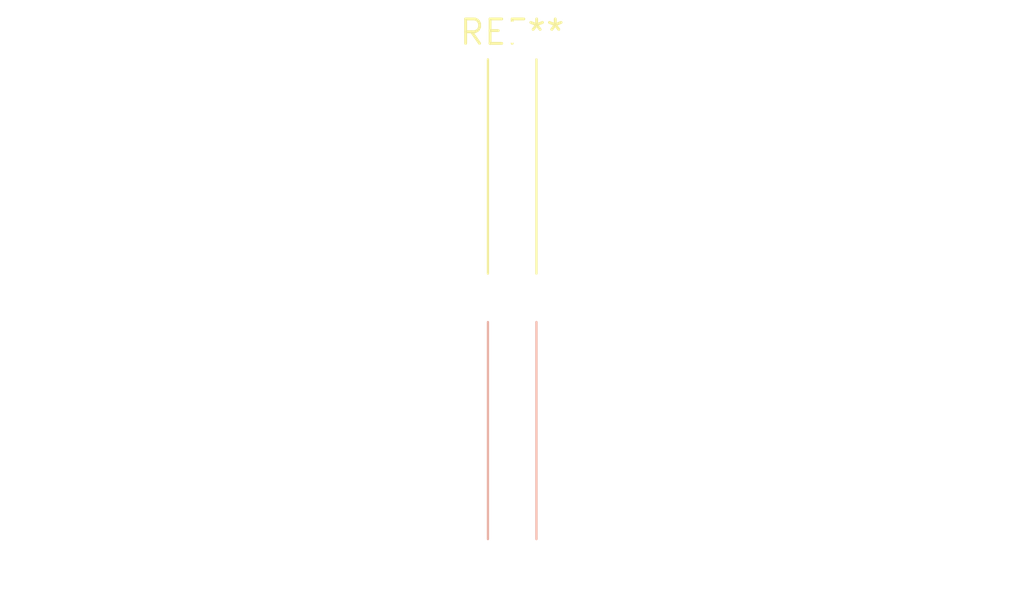
<source format=kicad_pcb>
(kicad_pcb (version 20240108) (generator pcbnew)
  (layers (0 "F.Cu" signal) (31 "B.Cu" signal) (34 "B.Paste" user) (35 "F.Paste" user) (36 "B.SilkS" user "B.Silkscreen") (37 "F.SilkS" user "F.Silkscreen") (38 "B.Mask" user) (39 "F.Mask" user) (44 "Edge.Cuts" user))
  (net 0 "")
  (footprint "SolderWire-0.5sqmm_1x01_D0.9mm_OD2.3mm_Relief2x" (layer "F.Cu") (at 0 0)
    (property "Reference" "REF**")
    (property "Value" "SolderWire-0.5sqmm_1x01_D0.9mm_OD2.3mm_Relief2x")
    (fp_line (start -1.26 15.06) (end -1.26 26.34) (layer "B.SilkS") (stroke (width 0.12)))
    (fp_line (start 1.26 15.06) (end 1.26 26.34) (layer "B.SilkS") (stroke (width 0.12)))
    (fp_line (start -1.26 1.41) (end -1.26 12.54) (layer "F.SilkS") (stroke (width 0.12)))
    (fp_line (start 1.26 1.41) (end 1.26 12.54) (layer "F.SilkS") (stroke (width 0.12)))
    (pad "" np_thru_hole circle (at 0 13.8) (size 2.8 2.8) (drill 2.8) (layers *.Cu *.Mask))
    (pad "" np_thru_hole circle (at 0 27.6) (size 2.8 2.8) (drill 2.8) (layers *.Cu *.Mask))
    (pad "1" thru_hole roundrect (at 0 0) (size 2.3 2.3) (drill 1.1) (layers *.Cu *.Mask) (remove_unused_layers) (roundrect_rratio 0.108696))
  )
)
</source>
